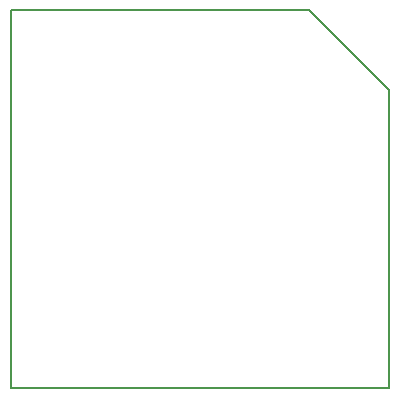
<source format=gbr>
G04 #@! TF.GenerationSoftware,KiCad,Pcbnew,7.0.2-6a45011f42~172~ubuntu22.04.1*
G04 #@! TF.CreationDate,2023-08-24T18:49:15+02:00*
G04 #@! TF.ProjectId,CH582,43483538-322e-46b6-9963-61645f706362,rev?*
G04 #@! TF.SameCoordinates,Original*
G04 #@! TF.FileFunction,Profile,NP*
%FSLAX46Y46*%
G04 Gerber Fmt 4.6, Leading zero omitted, Abs format (unit mm)*
G04 Created by KiCad (PCBNEW 7.0.2-6a45011f42~172~ubuntu22.04.1) date 2023-08-24 18:49:15*
%MOMM*%
%LPD*%
G01*
G04 APERTURE LIST*
G04 #@! TA.AperFunction,Profile*
%ADD10C,0.200000*%
G04 #@! TD*
G04 APERTURE END LIST*
D10*
X47000000Y-21750000D02*
X47000000Y-47000000D01*
X15000000Y-47000000D01*
X15000000Y-15000000D01*
X40250000Y-15000000D01*
X47000000Y-21750000D01*
M02*

</source>
